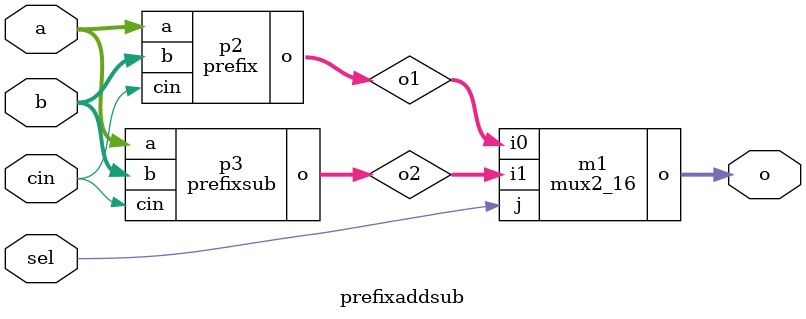
<source format=v>
module square_box(input wire a,b, output wire p,g);
	or2 o1(a,b,p);
	and2 a2(a,b,g);
endmodule

module black_box(input wire p0,p1,g0,g1, output wire p2,g2);
	wire temp;
	and2 a3(p0,p1,p2);
	and2 a4(p0,g1,temp);
	or2 o2(temp,g0,g2);
endmodule

module round_box(input wire g0,a,b, output wire s);
	wire temp;
	xor2 x1(a,b,temp);
	xor2 x2(temp,g0,s);
endmodule

module mux2_16(input wire [15:0]i0,i1,input wire j,output wire [15:0]o);
    assign o= (j==0)?i0:i1;
endmodule

module prefix(input wire[15:0] a,b, input wire cin, output wire[15:0] o);
	wire p0,p1,p2,p3,p4,p5,p6,p7,p8,p9,p10,p11,p12,p13,p14,p15,g0,g1,g2,g3,g4,g5,g6,g7,g8,g9,g10,g11,g12,g13,g14,g15;
	wire p0x,p1x,p2x,p3x,p4x,p5x,p6x,p7x,p8x,p9x,p10x,p11x,p12x,p13x,p14x,g0x,g1x,g2x,g3x,g4x,g5x,g6x,g7x,g8x,g9x,g10x,g11x,g12x,g13x,g14x;
	wire p21,p43,p65,p87,p109,p1211,p1413,g21,g43,g65,g87,g109,g1211,g1413;
	wire p53,p63,p97,p107,p1311,p1411,g53,g63,g97,g107,g1311,g1411;
	wire p117,p127,p137,p147,g117,g127,g137,g147;
	
	square_box s0(a[0],b[0],p0,g0);
	square_box s1(a[1],b[1],p1,g1);
	square_box s2(a[2],b[2],p2,g2);
	square_box s3(a[3],b[3],p3,g3);
	square_box s4(a[4],b[4],p4,g4);
	square_box s5(a[5],b[5],p5,g5);
	square_box s6(a[6],b[6],p6,g6);
	square_box s7(a[7],b[7],p7,g7);
	square_box s8(a[8],b[8],p8,g8);
	square_box s9(a[9],b[9],p9,g9);
	square_box s10(a[10],b[10],p10,g10);
	square_box s11(a[11],b[11],p11,g11);
	square_box s12(a[12],b[12],p12,g12);
	square_box s13(a[13],b[13],p13,g13);
	square_box s14(a[14],b[14],p14,g14);
	square_box s15(a[15],b[15],p15,g15);

	black_box b0(p0,1'b0,g0,cin,p0x,g0x);
	black_box b1(p2,p1,g2,g1,p21,g21);
	black_box b2(p4,p3,g4,g3,p43,g43);
	black_box b3(p6,p5,g6,g5,p65,g65);
	black_box b4(p8,p7,g8,g7,p87,g87);
	black_box b5(p10,p9,g10,g9,p109,g109);
	black_box b6(p12,p11,g12,g11,p1211,g1211);
	black_box b7(p14,p13,g14,g13,p1413,g1413);

	black_box b8(p1,p0x,g1,g0x,p1x,g1x);
	black_box b9(p21,p0x,g21,g0x,p2x,g2x);
	black_box b10(p5,p43,g5,g43,p53,g53);
	black_box b11(p65,p43,g65,g43,p63,g63);
	black_box b12(p9,p87,g9,g87,p97,g97);
	black_box b13(p109,p87,g109,g87,p107,g107);
	black_box b14(p13,p1211,g13,g1211,p1311,g1311);
	black_box b15(p1413,p1211,g1413,g1211,p1411,g1411);

	black_box b16(p3,p2x,g3,g2x,p3x,g3x);
	black_box b17(p43,p2x,g43,g2x,p4x,g4x);
	black_box b18(p53,p2x,g53,g2x,p5x,g5x);
	black_box b19(p63,p2x,g63,g2x,p6x,g6x);
	black_box b20(p11,p107,g11,g107,p117,g117);
	black_box b21(p1211,p107,g1211,g107,p127,g127);
	black_box b22(p1311,p107,g1311,g107,p137,g137);
	black_box b23(p1411,p107,g1411,g107,p147,g147);

	black_box b24(p7,p6x,g7,g6x,p7x,g7x);
	black_box b25(p87,p6x,g87,g6x,p8x,g8x);
	black_box b26(p97,p6x,g97,g6x,p9x,g9x);
	black_box b27(p107,p6x,g107,g6x,p10x,g10x);
	black_box b28(p117,p6x,g117,g6x,p11x,g11x);
	black_box b29(p127,p6x,g127,g6x,p12x,g12x);
	black_box b30(p137,p6x,g137,g6x,p13x,g13x);
	black_box b31(p147,p6x,g147,g6x,p14x,g14x);

	round_box r0(cin,a[0],b[0],o[0]);
	round_box r1(g0x,a[1],b[1],o[1]);
	round_box r2(g1x,a[2],b[2],o[2]);
	round_box r3(g2x,a[3],b[3],o[3]);
	round_box r4(g3x,a[4],b[4],o[4]);
	round_box r5(g4x,a[5],b[5],o[5]);
	round_box r6(g5x,a[6],b[6],o[6]);
	round_box r7(g6x,a[7],b[7],o[7]);
	round_box r8(g7x,a[8],b[8],o[8]);
	round_box r9(g8x,a[9],b[9],o[9]);
	round_box r10(g9x,a[10],b[10],o[10]);
	round_box r11(g10x,a[11],b[11],o[11]);
	round_box r12(g11x,a[12],b[12],o[12]);
	round_box r13(g12x,a[13],b[13],o[13]);
	round_box r14(g13x,a[14],b[14],o[14]);
	round_box r15(g14x,a[15],b[15],o[15]);
endmodule

module prefixsub(input wire[15:0] a,b,input wire cin, output wire[15:0] o);
    wire [15:0]b1;wire [15:0]b2;
    invert i0(b[0],b1[0]);
    invert i1(b[1],b1[1]);
    invert i2(b[2],b1[2]);
    invert i3(b[3],b1[3]);
    invert i4(b[4],b1[4]);
    invert i5(b[5],b1[5]);
    invert i6(b[6],b1[6]);
    invert i7(b[7],b1[7]);
    invert i8(b[8],b1[8]);
    invert i9(b[9],b1[9]);
    invert i10(b[10],b1[10]);
    invert i11(b[11],b1[11]);
    invert i12(b[12],b1[12]);
    invert i13(b[13],b1[13]);
    invert i14(b[14],b1[14]);
    invert i15(b[15],b1[15]);
    prefix p1(a,b1,cin,o);
endmodule

module prefixaddsub(input wire[15:0] a,b, input wire cin,sel, output wire[15:0] o);
    wire [15:0]o1,o2;
    prefix p2(a,b,cin,o1);
    prefixsub p3(a,b,cin,o2);
    mux2_16 m1(o1,o2,sel,o);
endmodule
</source>
